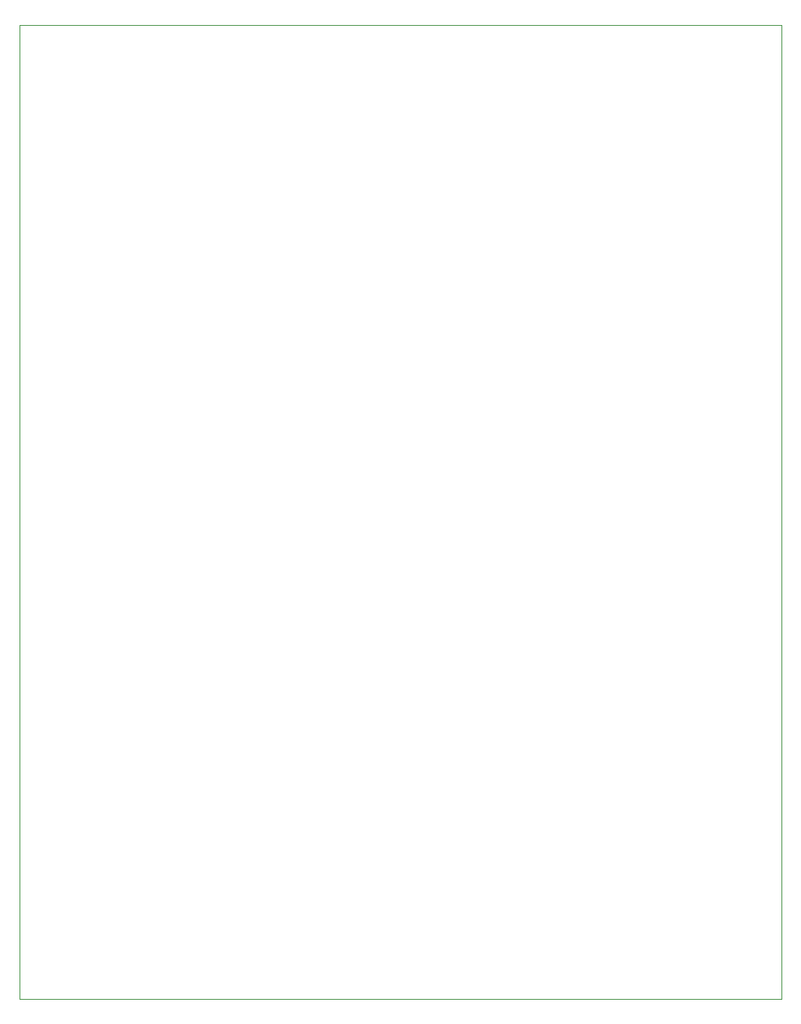
<source format=gbr>
%TF.GenerationSoftware,KiCad,Pcbnew,(6.0.10-0)*%
%TF.CreationDate,2023-11-17T22:44:04+01:00*%
%TF.ProjectId,test sensor panelized,74657374-2073-4656-9e73-6f722070616e,rev?*%
%TF.SameCoordinates,Original*%
%TF.FileFunction,Profile,NP*%
%FSLAX46Y46*%
G04 Gerber Fmt 4.6, Leading zero omitted, Abs format (unit mm)*
G04 Created by KiCad (PCBNEW (6.0.10-0)) date 2023-11-17 22:44:04*
%MOMM*%
%LPD*%
G01*
G04 APERTURE LIST*
%TA.AperFunction,Profile*%
%ADD10C,0.100000*%
%TD*%
G04 APERTURE END LIST*
D10*
X189790000Y-20000000D02*
X107210000Y-20000000D01*
X107210000Y-20000000D02*
X107210000Y-125440000D01*
X107210000Y-125440000D02*
X189790000Y-125440000D01*
X189790000Y-125440000D02*
X189790000Y-125440000D01*
X189790000Y-125440000D02*
X189790000Y-20000000D01*
M02*

</source>
